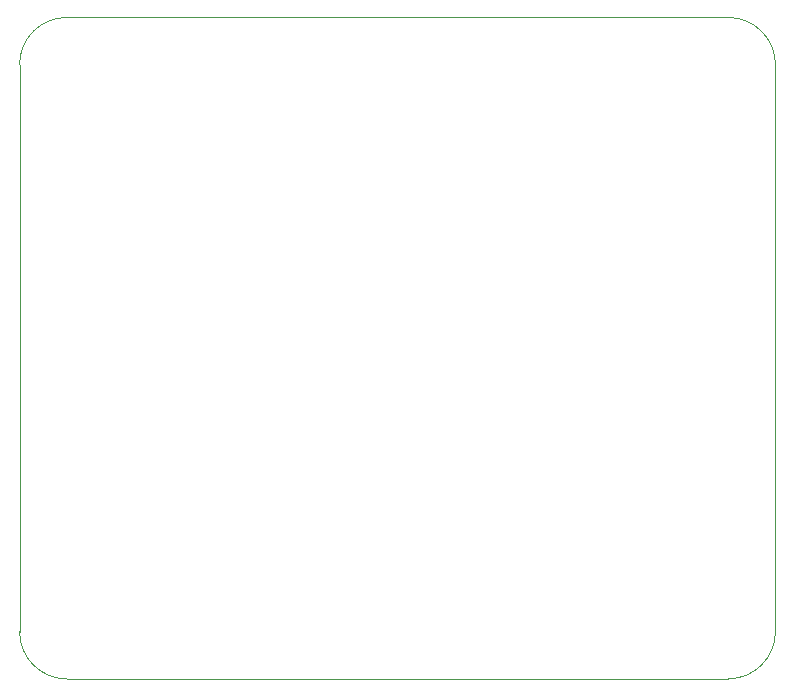
<source format=gm1>
G04 #@! TF.GenerationSoftware,KiCad,Pcbnew,7.0.8*
G04 #@! TF.CreationDate,2023-12-30T22:15:46-05:00*
G04 #@! TF.ProjectId,Pump_Control_Board,50756d70-5f43-46f6-9e74-726f6c5f426f,rev?*
G04 #@! TF.SameCoordinates,Original*
G04 #@! TF.FileFunction,Profile,NP*
%FSLAX46Y46*%
G04 Gerber Fmt 4.6, Leading zero omitted, Abs format (unit mm)*
G04 Created by KiCad (PCBNEW 7.0.8) date 2023-12-30 22:15:46*
%MOMM*%
%LPD*%
G01*
G04 APERTURE LIST*
G04 #@! TA.AperFunction,Profile*
%ADD10C,0.100000*%
G04 #@! TD*
G04 APERTURE END LIST*
D10*
X68000000Y-88000000D02*
G75*
G03*
X72000000Y-92000000I4000000J0D01*
G01*
X132000000Y-40000000D02*
G75*
G03*
X128000000Y-36000000I-4000000J0D01*
G01*
X132000000Y-40000000D02*
X132000000Y-88000000D01*
X68000000Y-88000000D02*
X68000000Y-40000000D01*
X72000000Y-36000000D02*
G75*
G03*
X68000000Y-40000000I0J-4000000D01*
G01*
X128000000Y-92000000D02*
X72000000Y-92000000D01*
X72000000Y-36000000D02*
X128000000Y-36000000D01*
X128000000Y-92000000D02*
G75*
G03*
X132000000Y-88000000I0J4000000D01*
G01*
M02*

</source>
